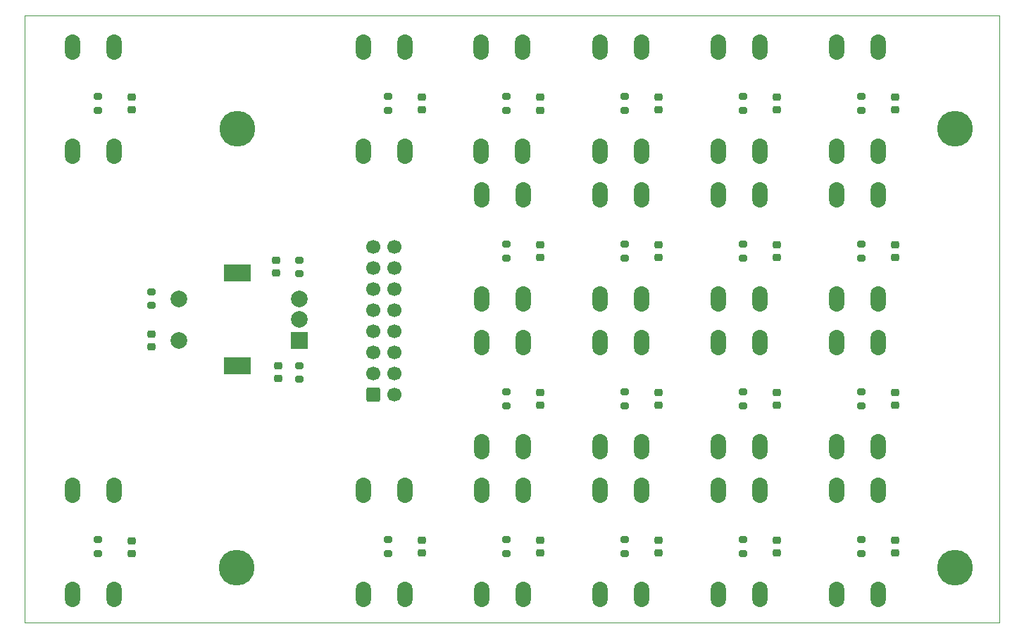
<source format=gbr>
%TF.GenerationSoftware,KiCad,Pcbnew,(6.0.7)*%
%TF.CreationDate,2022-10-17T13:11:33-04:00*%
%TF.ProjectId,FrontPanel,46726f6e-7450-4616-9e65-6c2e6b696361,rev?*%
%TF.SameCoordinates,Original*%
%TF.FileFunction,Soldermask,Bot*%
%TF.FilePolarity,Negative*%
%FSLAX46Y46*%
G04 Gerber Fmt 4.6, Leading zero omitted, Abs format (unit mm)*
G04 Created by KiCad (PCBNEW (6.0.7)) date 2022-10-17 13:11:33*
%MOMM*%
%LPD*%
G01*
G04 APERTURE LIST*
G04 Aperture macros list*
%AMRoundRect*
0 Rectangle with rounded corners*
0 $1 Rounding radius*
0 $2 $3 $4 $5 $6 $7 $8 $9 X,Y pos of 4 corners*
0 Add a 4 corners polygon primitive as box body*
4,1,4,$2,$3,$4,$5,$6,$7,$8,$9,$2,$3,0*
0 Add four circle primitives for the rounded corners*
1,1,$1+$1,$2,$3*
1,1,$1+$1,$4,$5*
1,1,$1+$1,$6,$7*
1,1,$1+$1,$8,$9*
0 Add four rect primitives between the rounded corners*
20,1,$1+$1,$2,$3,$4,$5,0*
20,1,$1+$1,$4,$5,$6,$7,0*
20,1,$1+$1,$6,$7,$8,$9,0*
20,1,$1+$1,$8,$9,$2,$3,0*%
G04 Aperture macros list end*
%TA.AperFunction,Profile*%
%ADD10C,0.100000*%
%TD*%
%ADD11O,1.850000X3.048000*%
%ADD12C,4.300000*%
%ADD13R,2.000000X2.000000*%
%ADD14C,2.000000*%
%ADD15R,3.200000X2.000000*%
%ADD16RoundRect,0.200000X0.275000X-0.200000X0.275000X0.200000X-0.275000X0.200000X-0.275000X-0.200000X0*%
%ADD17RoundRect,0.225000X-0.250000X0.225000X-0.250000X-0.225000X0.250000X-0.225000X0.250000X0.225000X0*%
%ADD18RoundRect,0.200000X-0.275000X0.200000X-0.275000X-0.200000X0.275000X-0.200000X0.275000X0.200000X0*%
%ADD19RoundRect,0.250000X-0.600000X-0.600000X0.600000X-0.600000X0.600000X0.600000X-0.600000X0.600000X0*%
%ADD20C,1.700000*%
G04 APERTURE END LIST*
D10*
X156870400Y-13335000D02*
X274066000Y-13335000D01*
X274066000Y-13335000D02*
X274066000Y-86360000D01*
X274066000Y-86360000D02*
X156870400Y-86360000D01*
X156870400Y-86360000D02*
X156870400Y-13335000D01*
D11*
%TO.C,SW10*%
X225998400Y-34888000D03*
X225998400Y-47388000D03*
X230998400Y-47388000D03*
X230998400Y-34888000D03*
%TD*%
%TO.C,SW13*%
X240222400Y-17108000D03*
X240222400Y-29608000D03*
X245222400Y-17108000D03*
X245222400Y-29608000D03*
%TD*%
%TO.C,SW7*%
X211774400Y-52668000D03*
X211774400Y-65168000D03*
X216774400Y-52668000D03*
X216774400Y-65168000D03*
%TD*%
%TO.C,SW5*%
X211734400Y-29608000D03*
X211734400Y-17108000D03*
X216734400Y-29608000D03*
X216734400Y-17108000D03*
%TD*%
%TO.C,SW15*%
X240222400Y-52668000D03*
X240222400Y-65168000D03*
X245222400Y-65168000D03*
X245222400Y-52668000D03*
%TD*%
%TO.C,SW17*%
X254446400Y-17108000D03*
X254446400Y-29608000D03*
X259446400Y-17108000D03*
X259446400Y-29608000D03*
%TD*%
%TO.C,SW6*%
X211774400Y-34888000D03*
X211774400Y-47388000D03*
X216774400Y-34888000D03*
X216774400Y-47388000D03*
%TD*%
%TO.C,SW18*%
X254446400Y-34888000D03*
X254446400Y-47388000D03*
X259446400Y-34888000D03*
X259446400Y-47388000D03*
%TD*%
%TO.C,SW20*%
X254446400Y-82948000D03*
X254446400Y-70448000D03*
X259446400Y-82948000D03*
X259446400Y-70448000D03*
%TD*%
%TO.C,SW3*%
X197550400Y-82948000D03*
X197550400Y-70448000D03*
X202550400Y-70448000D03*
X202550400Y-82948000D03*
%TD*%
%TO.C,SW9*%
X225998400Y-17108000D03*
X225998400Y-29608000D03*
X230998400Y-29608000D03*
X230998400Y-17108000D03*
%TD*%
%TO.C,SW14*%
X240222400Y-47388000D03*
X240222400Y-34888000D03*
X245222400Y-47388000D03*
X245222400Y-34888000D03*
%TD*%
D12*
%TO.C,REF\u002A\u002A*%
X268732000Y-26924000D03*
%TD*%
D11*
%TO.C,SW19*%
X254446400Y-52668000D03*
X254446400Y-65168000D03*
X259446400Y-65168000D03*
X259446400Y-52668000D03*
%TD*%
%TO.C,SW8*%
X211774400Y-70448000D03*
X211774400Y-82948000D03*
X216774400Y-70448000D03*
X216774400Y-82948000D03*
%TD*%
D12*
%TO.C,REF\u002A\u002A*%
X182372000Y-79756000D03*
%TD*%
D11*
%TO.C,SW16*%
X240222400Y-82948000D03*
X240222400Y-70448000D03*
X245222400Y-82948000D03*
X245222400Y-70448000D03*
%TD*%
D13*
%TO.C,RotaryEncoder+Switch1*%
X189890400Y-52411000D03*
D14*
X189890400Y-47411000D03*
X189890400Y-49911000D03*
D15*
X182390400Y-55511000D03*
X182390400Y-44311000D03*
D14*
X175390400Y-47411000D03*
X175390400Y-52411000D03*
%TD*%
D11*
%TO.C,SW1*%
X162625400Y-17108000D03*
X162625400Y-29608000D03*
X167625400Y-29608000D03*
X167625400Y-17108000D03*
%TD*%
%TO.C,SW2*%
X197550400Y-29608000D03*
X197550400Y-17108000D03*
X202550400Y-29608000D03*
X202550400Y-17108000D03*
%TD*%
D12*
%TO.C,REF\u002A\u002A*%
X182422800Y-26974800D03*
%TD*%
D11*
%TO.C,SW12*%
X225998400Y-70448000D03*
X225998400Y-82948000D03*
X230998400Y-82948000D03*
X230998400Y-70448000D03*
%TD*%
D12*
%TO.C,REF\u002A\u002A*%
X268732000Y-79756000D03*
%TD*%
D11*
%TO.C,SW11*%
X225998400Y-65168000D03*
X225998400Y-52668000D03*
X230998400Y-65168000D03*
X230998400Y-52668000D03*
%TD*%
%TO.C,SW4*%
X162625400Y-82948000D03*
X162625400Y-70448000D03*
X167625400Y-70448000D03*
X167625400Y-82948000D03*
%TD*%
D16*
%TO.C,R_DBC_8*%
X214782400Y-78041000D03*
X214782400Y-76391000D03*
%TD*%
D17*
%TO.C,C_DBC_3*%
X204622400Y-76441000D03*
X204622400Y-77991000D03*
%TD*%
%TO.C,C_DBC_2*%
X204622400Y-23101000D03*
X204622400Y-24651000D03*
%TD*%
%TO.C,C_DBC_5*%
X218846400Y-23151000D03*
X218846400Y-24701000D03*
%TD*%
%TO.C,C_DBC_6*%
X218846400Y-40881000D03*
X218846400Y-42431000D03*
%TD*%
D16*
%TO.C,R_DBC_5*%
X214782400Y-24701000D03*
X214782400Y-23051000D03*
%TD*%
%TO.C,R_DBC_4*%
X165633400Y-78041000D03*
X165633400Y-76391000D03*
%TD*%
%TO.C,R_DBC_20*%
X257454400Y-78041000D03*
X257454400Y-76391000D03*
%TD*%
D17*
%TO.C,C_DBC_9*%
X233070400Y-23101000D03*
X233070400Y-24651000D03*
%TD*%
%TO.C,C_DBC_17*%
X261518400Y-23101000D03*
X261518400Y-24651000D03*
%TD*%
%TO.C,C_DBC_23*%
X172110400Y-51676000D03*
X172110400Y-53226000D03*
%TD*%
D16*
%TO.C,R_DBC_15*%
X243230400Y-60261000D03*
X243230400Y-58611000D03*
%TD*%
D17*
%TO.C,C_DBC_12*%
X233070400Y-76441000D03*
X233070400Y-77991000D03*
%TD*%
D16*
%TO.C,R_DBC_7*%
X214782400Y-60261000D03*
X214782400Y-58611000D03*
%TD*%
%TO.C,R_DBC_14*%
X243230400Y-42481000D03*
X243230400Y-40831000D03*
%TD*%
D17*
%TO.C,C_DBC_20*%
X261518400Y-76441000D03*
X261518400Y-77991000D03*
%TD*%
D18*
%TO.C,R_DBC_21*%
X189890400Y-42736000D03*
X189890400Y-44386000D03*
%TD*%
%TO.C,R_DBC_23*%
X172110400Y-46546000D03*
X172110400Y-48196000D03*
%TD*%
D17*
%TO.C,C_DBC_8*%
X218846400Y-76441000D03*
X218846400Y-77991000D03*
%TD*%
%TO.C,C_DBC_1*%
X169697400Y-23101000D03*
X169697400Y-24651000D03*
%TD*%
D16*
%TO.C,R_DBC_9*%
X229006400Y-24701000D03*
X229006400Y-23051000D03*
%TD*%
D17*
%TO.C,C_DBC_10*%
X233070400Y-40881000D03*
X233070400Y-42431000D03*
%TD*%
D16*
%TO.C,R_DBC_16*%
X243230400Y-78041000D03*
X243230400Y-76391000D03*
%TD*%
D19*
%TO.C,Front_Panel2*%
X198789900Y-58928000D03*
D20*
X201329900Y-58928000D03*
X198789900Y-56388000D03*
X201329900Y-56388000D03*
X198789900Y-53848000D03*
X201329900Y-53848000D03*
X198789900Y-51308000D03*
X201329900Y-51308000D03*
X198789900Y-48768000D03*
X201329900Y-48768000D03*
X198789900Y-46228000D03*
X201329900Y-46228000D03*
X198789900Y-43688000D03*
X201329900Y-43688000D03*
X198789900Y-41148000D03*
X201329900Y-41148000D03*
%TD*%
D16*
%TO.C,R_DBC_10*%
X229006400Y-42481000D03*
X229006400Y-40831000D03*
%TD*%
%TO.C,R_DBC_1*%
X165633400Y-24701000D03*
X165633400Y-23051000D03*
%TD*%
D17*
%TO.C,C_DBC_16*%
X247294400Y-76441000D03*
X247294400Y-77991000D03*
%TD*%
D16*
%TO.C,R_DBC_12*%
X229006400Y-78041000D03*
X229006400Y-76391000D03*
%TD*%
D17*
%TO.C,C_DBC_4*%
X169697400Y-76517000D03*
X169697400Y-78067000D03*
%TD*%
D16*
%TO.C,R_DBC_3*%
X200558400Y-78041000D03*
X200558400Y-76391000D03*
%TD*%
%TO.C,R_DBC_17*%
X257454400Y-24701000D03*
X257454400Y-23051000D03*
%TD*%
D17*
%TO.C,C_DBC_22*%
X187350400Y-55486000D03*
X187350400Y-57036000D03*
%TD*%
%TO.C,C_DBC_14*%
X247294400Y-40881000D03*
X247294400Y-42431000D03*
%TD*%
D16*
%TO.C,R_DBC_2*%
X200558400Y-24701000D03*
X200558400Y-23051000D03*
%TD*%
D18*
%TO.C,R_DBC_22*%
X189890400Y-55436000D03*
X189890400Y-57086000D03*
%TD*%
D17*
%TO.C,C_DBC_21*%
X187096400Y-42786000D03*
X187096400Y-44336000D03*
%TD*%
D16*
%TO.C,R_DBC_13*%
X243230400Y-24701000D03*
X243230400Y-23051000D03*
%TD*%
%TO.C,R_DBC_19*%
X257454400Y-60261000D03*
X257454400Y-58611000D03*
%TD*%
%TO.C,R_DBC_11*%
X229006400Y-60261000D03*
X229006400Y-58611000D03*
%TD*%
D17*
%TO.C,C_DBC_7*%
X218846400Y-58661000D03*
X218846400Y-60211000D03*
%TD*%
%TO.C,C_DBC_11*%
X233070400Y-58661000D03*
X233070400Y-60211000D03*
%TD*%
%TO.C,C_DBC_15*%
X247294400Y-58661000D03*
X247294400Y-60211000D03*
%TD*%
%TO.C,C_DBC_13*%
X247294400Y-23101000D03*
X247294400Y-24651000D03*
%TD*%
%TO.C,C_DBC_19*%
X261518400Y-58661000D03*
X261518400Y-60211000D03*
%TD*%
%TO.C,C_DBC_18*%
X261518400Y-40881000D03*
X261518400Y-42431000D03*
%TD*%
D16*
%TO.C,R_DBC_18*%
X257454400Y-42481000D03*
X257454400Y-40831000D03*
%TD*%
%TO.C,R_DBC_6*%
X214782400Y-42481000D03*
X214782400Y-40831000D03*
%TD*%
M02*

</source>
